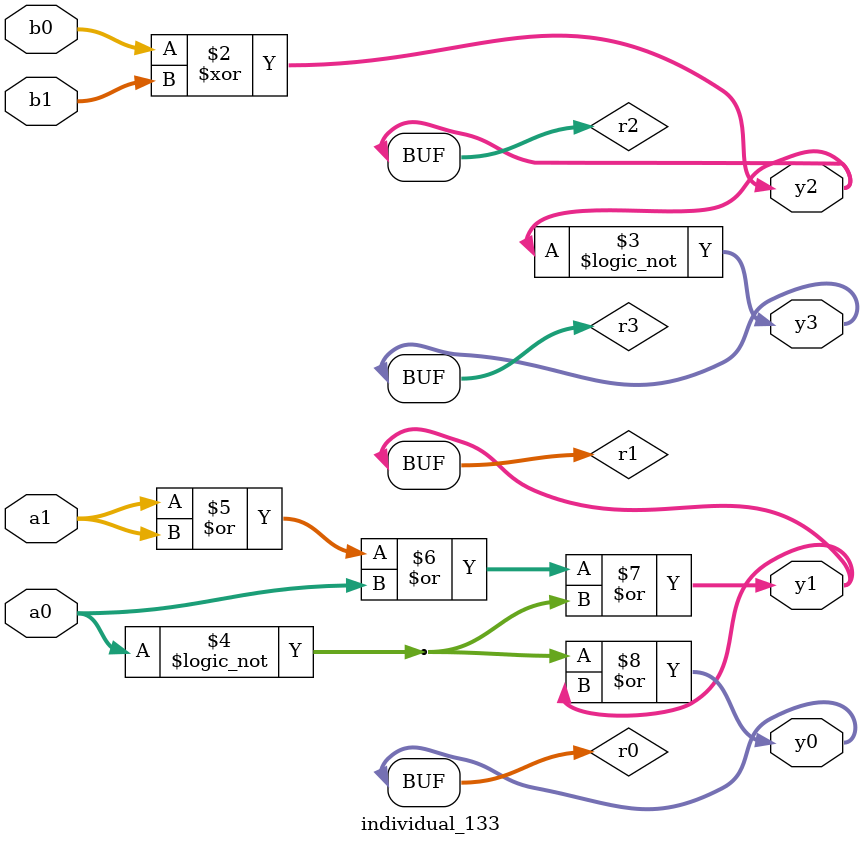
<source format=sv>
module individual_133(input logic [15:0] a1, input logic [15:0] a0, input logic [15:0] b1, input logic [15:0] b0, output logic [15:0] y3, output logic [15:0] y2, output logic [15:0] y1, output logic [15:0] y0);
logic [15:0] r0, r1, r2, r3; 
 always@(*) begin 
	 r0 = a0; r1 = a1; r2 = b0; r3 = b1; 
 	 r2  ^=  r3 ;
 	 r3 = ! r2 ;
 	 r0 = ! a0 ;
 	 r1  |=  a1 ;
 	 r1  |=  a0 ;
 	 r1  |=  r0 ;
 	 r0  |=  r1 ;
 	 y3 = r3; y2 = r2; y1 = r1; y0 = r0; 
end
endmodule
</source>
